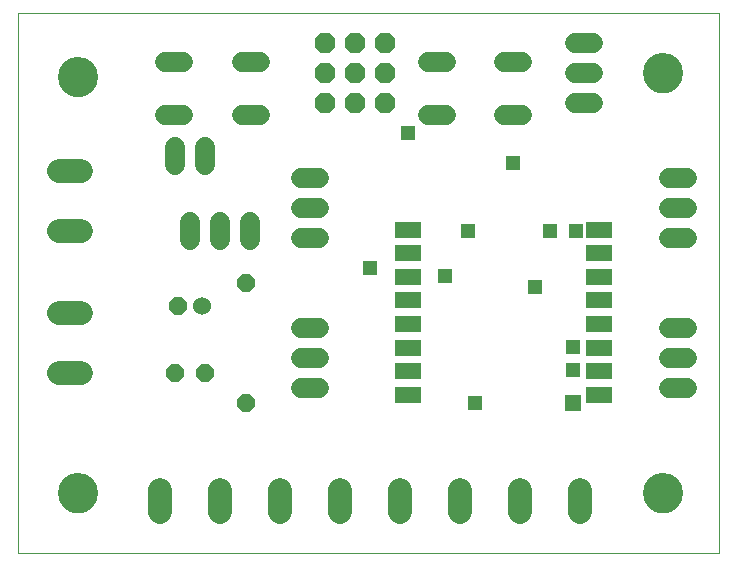
<source format=gts>
G75*
%MOIN*%
%OFA0B0*%
%FSLAX25Y25*%
%IPPOS*%
%LPD*%
%AMOC8*
5,1,8,0,0,1.08239X$1,22.5*
%
%ADD10C,0.00000*%
%ADD11C,0.13398*%
%ADD12C,0.06800*%
%ADD13R,0.08674X0.05524*%
%ADD14C,0.07850*%
%ADD15OC8,0.06800*%
%ADD16OC8,0.06000*%
%ADD17C,0.06000*%
%ADD18R,0.05800X0.05800*%
%ADD19R,0.04800X0.04800*%
%ADD20R,0.04762X0.04762*%
D10*
X0009300Y0001800D02*
X0009300Y0181761D01*
X0009300Y0181800D02*
X0243050Y0181800D01*
X0243001Y0181761D02*
X0243001Y0001800D01*
X0009300Y0001800D01*
X0023001Y0021800D02*
X0023003Y0021958D01*
X0023009Y0022116D01*
X0023019Y0022274D01*
X0023033Y0022432D01*
X0023051Y0022589D01*
X0023072Y0022746D01*
X0023098Y0022902D01*
X0023128Y0023058D01*
X0023161Y0023213D01*
X0023199Y0023366D01*
X0023240Y0023519D01*
X0023285Y0023671D01*
X0023334Y0023822D01*
X0023387Y0023971D01*
X0023443Y0024119D01*
X0023503Y0024265D01*
X0023567Y0024410D01*
X0023635Y0024553D01*
X0023706Y0024695D01*
X0023780Y0024835D01*
X0023858Y0024972D01*
X0023940Y0025108D01*
X0024024Y0025242D01*
X0024113Y0025373D01*
X0024204Y0025502D01*
X0024299Y0025629D01*
X0024396Y0025754D01*
X0024497Y0025876D01*
X0024601Y0025995D01*
X0024708Y0026112D01*
X0024818Y0026226D01*
X0024931Y0026337D01*
X0025046Y0026446D01*
X0025164Y0026551D01*
X0025285Y0026653D01*
X0025408Y0026753D01*
X0025534Y0026849D01*
X0025662Y0026942D01*
X0025792Y0027032D01*
X0025925Y0027118D01*
X0026060Y0027202D01*
X0026196Y0027281D01*
X0026335Y0027358D01*
X0026476Y0027430D01*
X0026618Y0027500D01*
X0026762Y0027565D01*
X0026908Y0027627D01*
X0027055Y0027685D01*
X0027204Y0027740D01*
X0027354Y0027791D01*
X0027505Y0027838D01*
X0027657Y0027881D01*
X0027810Y0027920D01*
X0027965Y0027956D01*
X0028120Y0027987D01*
X0028276Y0028015D01*
X0028432Y0028039D01*
X0028589Y0028059D01*
X0028747Y0028075D01*
X0028904Y0028087D01*
X0029063Y0028095D01*
X0029221Y0028099D01*
X0029379Y0028099D01*
X0029537Y0028095D01*
X0029696Y0028087D01*
X0029853Y0028075D01*
X0030011Y0028059D01*
X0030168Y0028039D01*
X0030324Y0028015D01*
X0030480Y0027987D01*
X0030635Y0027956D01*
X0030790Y0027920D01*
X0030943Y0027881D01*
X0031095Y0027838D01*
X0031246Y0027791D01*
X0031396Y0027740D01*
X0031545Y0027685D01*
X0031692Y0027627D01*
X0031838Y0027565D01*
X0031982Y0027500D01*
X0032124Y0027430D01*
X0032265Y0027358D01*
X0032404Y0027281D01*
X0032540Y0027202D01*
X0032675Y0027118D01*
X0032808Y0027032D01*
X0032938Y0026942D01*
X0033066Y0026849D01*
X0033192Y0026753D01*
X0033315Y0026653D01*
X0033436Y0026551D01*
X0033554Y0026446D01*
X0033669Y0026337D01*
X0033782Y0026226D01*
X0033892Y0026112D01*
X0033999Y0025995D01*
X0034103Y0025876D01*
X0034204Y0025754D01*
X0034301Y0025629D01*
X0034396Y0025502D01*
X0034487Y0025373D01*
X0034576Y0025242D01*
X0034660Y0025108D01*
X0034742Y0024972D01*
X0034820Y0024835D01*
X0034894Y0024695D01*
X0034965Y0024553D01*
X0035033Y0024410D01*
X0035097Y0024265D01*
X0035157Y0024119D01*
X0035213Y0023971D01*
X0035266Y0023822D01*
X0035315Y0023671D01*
X0035360Y0023519D01*
X0035401Y0023366D01*
X0035439Y0023213D01*
X0035472Y0023058D01*
X0035502Y0022902D01*
X0035528Y0022746D01*
X0035549Y0022589D01*
X0035567Y0022432D01*
X0035581Y0022274D01*
X0035591Y0022116D01*
X0035597Y0021958D01*
X0035599Y0021800D01*
X0035597Y0021642D01*
X0035591Y0021484D01*
X0035581Y0021326D01*
X0035567Y0021168D01*
X0035549Y0021011D01*
X0035528Y0020854D01*
X0035502Y0020698D01*
X0035472Y0020542D01*
X0035439Y0020387D01*
X0035401Y0020234D01*
X0035360Y0020081D01*
X0035315Y0019929D01*
X0035266Y0019778D01*
X0035213Y0019629D01*
X0035157Y0019481D01*
X0035097Y0019335D01*
X0035033Y0019190D01*
X0034965Y0019047D01*
X0034894Y0018905D01*
X0034820Y0018765D01*
X0034742Y0018628D01*
X0034660Y0018492D01*
X0034576Y0018358D01*
X0034487Y0018227D01*
X0034396Y0018098D01*
X0034301Y0017971D01*
X0034204Y0017846D01*
X0034103Y0017724D01*
X0033999Y0017605D01*
X0033892Y0017488D01*
X0033782Y0017374D01*
X0033669Y0017263D01*
X0033554Y0017154D01*
X0033436Y0017049D01*
X0033315Y0016947D01*
X0033192Y0016847D01*
X0033066Y0016751D01*
X0032938Y0016658D01*
X0032808Y0016568D01*
X0032675Y0016482D01*
X0032540Y0016398D01*
X0032404Y0016319D01*
X0032265Y0016242D01*
X0032124Y0016170D01*
X0031982Y0016100D01*
X0031838Y0016035D01*
X0031692Y0015973D01*
X0031545Y0015915D01*
X0031396Y0015860D01*
X0031246Y0015809D01*
X0031095Y0015762D01*
X0030943Y0015719D01*
X0030790Y0015680D01*
X0030635Y0015644D01*
X0030480Y0015613D01*
X0030324Y0015585D01*
X0030168Y0015561D01*
X0030011Y0015541D01*
X0029853Y0015525D01*
X0029696Y0015513D01*
X0029537Y0015505D01*
X0029379Y0015501D01*
X0029221Y0015501D01*
X0029063Y0015505D01*
X0028904Y0015513D01*
X0028747Y0015525D01*
X0028589Y0015541D01*
X0028432Y0015561D01*
X0028276Y0015585D01*
X0028120Y0015613D01*
X0027965Y0015644D01*
X0027810Y0015680D01*
X0027657Y0015719D01*
X0027505Y0015762D01*
X0027354Y0015809D01*
X0027204Y0015860D01*
X0027055Y0015915D01*
X0026908Y0015973D01*
X0026762Y0016035D01*
X0026618Y0016100D01*
X0026476Y0016170D01*
X0026335Y0016242D01*
X0026196Y0016319D01*
X0026060Y0016398D01*
X0025925Y0016482D01*
X0025792Y0016568D01*
X0025662Y0016658D01*
X0025534Y0016751D01*
X0025408Y0016847D01*
X0025285Y0016947D01*
X0025164Y0017049D01*
X0025046Y0017154D01*
X0024931Y0017263D01*
X0024818Y0017374D01*
X0024708Y0017488D01*
X0024601Y0017605D01*
X0024497Y0017724D01*
X0024396Y0017846D01*
X0024299Y0017971D01*
X0024204Y0018098D01*
X0024113Y0018227D01*
X0024024Y0018358D01*
X0023940Y0018492D01*
X0023858Y0018628D01*
X0023780Y0018765D01*
X0023706Y0018905D01*
X0023635Y0019047D01*
X0023567Y0019190D01*
X0023503Y0019335D01*
X0023443Y0019481D01*
X0023387Y0019629D01*
X0023334Y0019778D01*
X0023285Y0019929D01*
X0023240Y0020081D01*
X0023199Y0020234D01*
X0023161Y0020387D01*
X0023128Y0020542D01*
X0023098Y0020698D01*
X0023072Y0020854D01*
X0023051Y0021011D01*
X0023033Y0021168D01*
X0023019Y0021326D01*
X0023009Y0021484D01*
X0023003Y0021642D01*
X0023001Y0021800D01*
X0023001Y0160550D02*
X0023003Y0160708D01*
X0023009Y0160866D01*
X0023019Y0161024D01*
X0023033Y0161182D01*
X0023051Y0161339D01*
X0023072Y0161496D01*
X0023098Y0161652D01*
X0023128Y0161808D01*
X0023161Y0161963D01*
X0023199Y0162116D01*
X0023240Y0162269D01*
X0023285Y0162421D01*
X0023334Y0162572D01*
X0023387Y0162721D01*
X0023443Y0162869D01*
X0023503Y0163015D01*
X0023567Y0163160D01*
X0023635Y0163303D01*
X0023706Y0163445D01*
X0023780Y0163585D01*
X0023858Y0163722D01*
X0023940Y0163858D01*
X0024024Y0163992D01*
X0024113Y0164123D01*
X0024204Y0164252D01*
X0024299Y0164379D01*
X0024396Y0164504D01*
X0024497Y0164626D01*
X0024601Y0164745D01*
X0024708Y0164862D01*
X0024818Y0164976D01*
X0024931Y0165087D01*
X0025046Y0165196D01*
X0025164Y0165301D01*
X0025285Y0165403D01*
X0025408Y0165503D01*
X0025534Y0165599D01*
X0025662Y0165692D01*
X0025792Y0165782D01*
X0025925Y0165868D01*
X0026060Y0165952D01*
X0026196Y0166031D01*
X0026335Y0166108D01*
X0026476Y0166180D01*
X0026618Y0166250D01*
X0026762Y0166315D01*
X0026908Y0166377D01*
X0027055Y0166435D01*
X0027204Y0166490D01*
X0027354Y0166541D01*
X0027505Y0166588D01*
X0027657Y0166631D01*
X0027810Y0166670D01*
X0027965Y0166706D01*
X0028120Y0166737D01*
X0028276Y0166765D01*
X0028432Y0166789D01*
X0028589Y0166809D01*
X0028747Y0166825D01*
X0028904Y0166837D01*
X0029063Y0166845D01*
X0029221Y0166849D01*
X0029379Y0166849D01*
X0029537Y0166845D01*
X0029696Y0166837D01*
X0029853Y0166825D01*
X0030011Y0166809D01*
X0030168Y0166789D01*
X0030324Y0166765D01*
X0030480Y0166737D01*
X0030635Y0166706D01*
X0030790Y0166670D01*
X0030943Y0166631D01*
X0031095Y0166588D01*
X0031246Y0166541D01*
X0031396Y0166490D01*
X0031545Y0166435D01*
X0031692Y0166377D01*
X0031838Y0166315D01*
X0031982Y0166250D01*
X0032124Y0166180D01*
X0032265Y0166108D01*
X0032404Y0166031D01*
X0032540Y0165952D01*
X0032675Y0165868D01*
X0032808Y0165782D01*
X0032938Y0165692D01*
X0033066Y0165599D01*
X0033192Y0165503D01*
X0033315Y0165403D01*
X0033436Y0165301D01*
X0033554Y0165196D01*
X0033669Y0165087D01*
X0033782Y0164976D01*
X0033892Y0164862D01*
X0033999Y0164745D01*
X0034103Y0164626D01*
X0034204Y0164504D01*
X0034301Y0164379D01*
X0034396Y0164252D01*
X0034487Y0164123D01*
X0034576Y0163992D01*
X0034660Y0163858D01*
X0034742Y0163722D01*
X0034820Y0163585D01*
X0034894Y0163445D01*
X0034965Y0163303D01*
X0035033Y0163160D01*
X0035097Y0163015D01*
X0035157Y0162869D01*
X0035213Y0162721D01*
X0035266Y0162572D01*
X0035315Y0162421D01*
X0035360Y0162269D01*
X0035401Y0162116D01*
X0035439Y0161963D01*
X0035472Y0161808D01*
X0035502Y0161652D01*
X0035528Y0161496D01*
X0035549Y0161339D01*
X0035567Y0161182D01*
X0035581Y0161024D01*
X0035591Y0160866D01*
X0035597Y0160708D01*
X0035599Y0160550D01*
X0035597Y0160392D01*
X0035591Y0160234D01*
X0035581Y0160076D01*
X0035567Y0159918D01*
X0035549Y0159761D01*
X0035528Y0159604D01*
X0035502Y0159448D01*
X0035472Y0159292D01*
X0035439Y0159137D01*
X0035401Y0158984D01*
X0035360Y0158831D01*
X0035315Y0158679D01*
X0035266Y0158528D01*
X0035213Y0158379D01*
X0035157Y0158231D01*
X0035097Y0158085D01*
X0035033Y0157940D01*
X0034965Y0157797D01*
X0034894Y0157655D01*
X0034820Y0157515D01*
X0034742Y0157378D01*
X0034660Y0157242D01*
X0034576Y0157108D01*
X0034487Y0156977D01*
X0034396Y0156848D01*
X0034301Y0156721D01*
X0034204Y0156596D01*
X0034103Y0156474D01*
X0033999Y0156355D01*
X0033892Y0156238D01*
X0033782Y0156124D01*
X0033669Y0156013D01*
X0033554Y0155904D01*
X0033436Y0155799D01*
X0033315Y0155697D01*
X0033192Y0155597D01*
X0033066Y0155501D01*
X0032938Y0155408D01*
X0032808Y0155318D01*
X0032675Y0155232D01*
X0032540Y0155148D01*
X0032404Y0155069D01*
X0032265Y0154992D01*
X0032124Y0154920D01*
X0031982Y0154850D01*
X0031838Y0154785D01*
X0031692Y0154723D01*
X0031545Y0154665D01*
X0031396Y0154610D01*
X0031246Y0154559D01*
X0031095Y0154512D01*
X0030943Y0154469D01*
X0030790Y0154430D01*
X0030635Y0154394D01*
X0030480Y0154363D01*
X0030324Y0154335D01*
X0030168Y0154311D01*
X0030011Y0154291D01*
X0029853Y0154275D01*
X0029696Y0154263D01*
X0029537Y0154255D01*
X0029379Y0154251D01*
X0029221Y0154251D01*
X0029063Y0154255D01*
X0028904Y0154263D01*
X0028747Y0154275D01*
X0028589Y0154291D01*
X0028432Y0154311D01*
X0028276Y0154335D01*
X0028120Y0154363D01*
X0027965Y0154394D01*
X0027810Y0154430D01*
X0027657Y0154469D01*
X0027505Y0154512D01*
X0027354Y0154559D01*
X0027204Y0154610D01*
X0027055Y0154665D01*
X0026908Y0154723D01*
X0026762Y0154785D01*
X0026618Y0154850D01*
X0026476Y0154920D01*
X0026335Y0154992D01*
X0026196Y0155069D01*
X0026060Y0155148D01*
X0025925Y0155232D01*
X0025792Y0155318D01*
X0025662Y0155408D01*
X0025534Y0155501D01*
X0025408Y0155597D01*
X0025285Y0155697D01*
X0025164Y0155799D01*
X0025046Y0155904D01*
X0024931Y0156013D01*
X0024818Y0156124D01*
X0024708Y0156238D01*
X0024601Y0156355D01*
X0024497Y0156474D01*
X0024396Y0156596D01*
X0024299Y0156721D01*
X0024204Y0156848D01*
X0024113Y0156977D01*
X0024024Y0157108D01*
X0023940Y0157242D01*
X0023858Y0157378D01*
X0023780Y0157515D01*
X0023706Y0157655D01*
X0023635Y0157797D01*
X0023567Y0157940D01*
X0023503Y0158085D01*
X0023443Y0158231D01*
X0023387Y0158379D01*
X0023334Y0158528D01*
X0023285Y0158679D01*
X0023240Y0158831D01*
X0023199Y0158984D01*
X0023161Y0159137D01*
X0023128Y0159292D01*
X0023098Y0159448D01*
X0023072Y0159604D01*
X0023051Y0159761D01*
X0023033Y0159918D01*
X0023019Y0160076D01*
X0023009Y0160234D01*
X0023003Y0160392D01*
X0023001Y0160550D01*
X0218001Y0161800D02*
X0218003Y0161958D01*
X0218009Y0162116D01*
X0218019Y0162274D01*
X0218033Y0162432D01*
X0218051Y0162589D01*
X0218072Y0162746D01*
X0218098Y0162902D01*
X0218128Y0163058D01*
X0218161Y0163213D01*
X0218199Y0163366D01*
X0218240Y0163519D01*
X0218285Y0163671D01*
X0218334Y0163822D01*
X0218387Y0163971D01*
X0218443Y0164119D01*
X0218503Y0164265D01*
X0218567Y0164410D01*
X0218635Y0164553D01*
X0218706Y0164695D01*
X0218780Y0164835D01*
X0218858Y0164972D01*
X0218940Y0165108D01*
X0219024Y0165242D01*
X0219113Y0165373D01*
X0219204Y0165502D01*
X0219299Y0165629D01*
X0219396Y0165754D01*
X0219497Y0165876D01*
X0219601Y0165995D01*
X0219708Y0166112D01*
X0219818Y0166226D01*
X0219931Y0166337D01*
X0220046Y0166446D01*
X0220164Y0166551D01*
X0220285Y0166653D01*
X0220408Y0166753D01*
X0220534Y0166849D01*
X0220662Y0166942D01*
X0220792Y0167032D01*
X0220925Y0167118D01*
X0221060Y0167202D01*
X0221196Y0167281D01*
X0221335Y0167358D01*
X0221476Y0167430D01*
X0221618Y0167500D01*
X0221762Y0167565D01*
X0221908Y0167627D01*
X0222055Y0167685D01*
X0222204Y0167740D01*
X0222354Y0167791D01*
X0222505Y0167838D01*
X0222657Y0167881D01*
X0222810Y0167920D01*
X0222965Y0167956D01*
X0223120Y0167987D01*
X0223276Y0168015D01*
X0223432Y0168039D01*
X0223589Y0168059D01*
X0223747Y0168075D01*
X0223904Y0168087D01*
X0224063Y0168095D01*
X0224221Y0168099D01*
X0224379Y0168099D01*
X0224537Y0168095D01*
X0224696Y0168087D01*
X0224853Y0168075D01*
X0225011Y0168059D01*
X0225168Y0168039D01*
X0225324Y0168015D01*
X0225480Y0167987D01*
X0225635Y0167956D01*
X0225790Y0167920D01*
X0225943Y0167881D01*
X0226095Y0167838D01*
X0226246Y0167791D01*
X0226396Y0167740D01*
X0226545Y0167685D01*
X0226692Y0167627D01*
X0226838Y0167565D01*
X0226982Y0167500D01*
X0227124Y0167430D01*
X0227265Y0167358D01*
X0227404Y0167281D01*
X0227540Y0167202D01*
X0227675Y0167118D01*
X0227808Y0167032D01*
X0227938Y0166942D01*
X0228066Y0166849D01*
X0228192Y0166753D01*
X0228315Y0166653D01*
X0228436Y0166551D01*
X0228554Y0166446D01*
X0228669Y0166337D01*
X0228782Y0166226D01*
X0228892Y0166112D01*
X0228999Y0165995D01*
X0229103Y0165876D01*
X0229204Y0165754D01*
X0229301Y0165629D01*
X0229396Y0165502D01*
X0229487Y0165373D01*
X0229576Y0165242D01*
X0229660Y0165108D01*
X0229742Y0164972D01*
X0229820Y0164835D01*
X0229894Y0164695D01*
X0229965Y0164553D01*
X0230033Y0164410D01*
X0230097Y0164265D01*
X0230157Y0164119D01*
X0230213Y0163971D01*
X0230266Y0163822D01*
X0230315Y0163671D01*
X0230360Y0163519D01*
X0230401Y0163366D01*
X0230439Y0163213D01*
X0230472Y0163058D01*
X0230502Y0162902D01*
X0230528Y0162746D01*
X0230549Y0162589D01*
X0230567Y0162432D01*
X0230581Y0162274D01*
X0230591Y0162116D01*
X0230597Y0161958D01*
X0230599Y0161800D01*
X0230597Y0161642D01*
X0230591Y0161484D01*
X0230581Y0161326D01*
X0230567Y0161168D01*
X0230549Y0161011D01*
X0230528Y0160854D01*
X0230502Y0160698D01*
X0230472Y0160542D01*
X0230439Y0160387D01*
X0230401Y0160234D01*
X0230360Y0160081D01*
X0230315Y0159929D01*
X0230266Y0159778D01*
X0230213Y0159629D01*
X0230157Y0159481D01*
X0230097Y0159335D01*
X0230033Y0159190D01*
X0229965Y0159047D01*
X0229894Y0158905D01*
X0229820Y0158765D01*
X0229742Y0158628D01*
X0229660Y0158492D01*
X0229576Y0158358D01*
X0229487Y0158227D01*
X0229396Y0158098D01*
X0229301Y0157971D01*
X0229204Y0157846D01*
X0229103Y0157724D01*
X0228999Y0157605D01*
X0228892Y0157488D01*
X0228782Y0157374D01*
X0228669Y0157263D01*
X0228554Y0157154D01*
X0228436Y0157049D01*
X0228315Y0156947D01*
X0228192Y0156847D01*
X0228066Y0156751D01*
X0227938Y0156658D01*
X0227808Y0156568D01*
X0227675Y0156482D01*
X0227540Y0156398D01*
X0227404Y0156319D01*
X0227265Y0156242D01*
X0227124Y0156170D01*
X0226982Y0156100D01*
X0226838Y0156035D01*
X0226692Y0155973D01*
X0226545Y0155915D01*
X0226396Y0155860D01*
X0226246Y0155809D01*
X0226095Y0155762D01*
X0225943Y0155719D01*
X0225790Y0155680D01*
X0225635Y0155644D01*
X0225480Y0155613D01*
X0225324Y0155585D01*
X0225168Y0155561D01*
X0225011Y0155541D01*
X0224853Y0155525D01*
X0224696Y0155513D01*
X0224537Y0155505D01*
X0224379Y0155501D01*
X0224221Y0155501D01*
X0224063Y0155505D01*
X0223904Y0155513D01*
X0223747Y0155525D01*
X0223589Y0155541D01*
X0223432Y0155561D01*
X0223276Y0155585D01*
X0223120Y0155613D01*
X0222965Y0155644D01*
X0222810Y0155680D01*
X0222657Y0155719D01*
X0222505Y0155762D01*
X0222354Y0155809D01*
X0222204Y0155860D01*
X0222055Y0155915D01*
X0221908Y0155973D01*
X0221762Y0156035D01*
X0221618Y0156100D01*
X0221476Y0156170D01*
X0221335Y0156242D01*
X0221196Y0156319D01*
X0221060Y0156398D01*
X0220925Y0156482D01*
X0220792Y0156568D01*
X0220662Y0156658D01*
X0220534Y0156751D01*
X0220408Y0156847D01*
X0220285Y0156947D01*
X0220164Y0157049D01*
X0220046Y0157154D01*
X0219931Y0157263D01*
X0219818Y0157374D01*
X0219708Y0157488D01*
X0219601Y0157605D01*
X0219497Y0157724D01*
X0219396Y0157846D01*
X0219299Y0157971D01*
X0219204Y0158098D01*
X0219113Y0158227D01*
X0219024Y0158358D01*
X0218940Y0158492D01*
X0218858Y0158628D01*
X0218780Y0158765D01*
X0218706Y0158905D01*
X0218635Y0159047D01*
X0218567Y0159190D01*
X0218503Y0159335D01*
X0218443Y0159481D01*
X0218387Y0159629D01*
X0218334Y0159778D01*
X0218285Y0159929D01*
X0218240Y0160081D01*
X0218199Y0160234D01*
X0218161Y0160387D01*
X0218128Y0160542D01*
X0218098Y0160698D01*
X0218072Y0160854D01*
X0218051Y0161011D01*
X0218033Y0161168D01*
X0218019Y0161326D01*
X0218009Y0161484D01*
X0218003Y0161642D01*
X0218001Y0161800D01*
X0218001Y0021800D02*
X0218003Y0021958D01*
X0218009Y0022116D01*
X0218019Y0022274D01*
X0218033Y0022432D01*
X0218051Y0022589D01*
X0218072Y0022746D01*
X0218098Y0022902D01*
X0218128Y0023058D01*
X0218161Y0023213D01*
X0218199Y0023366D01*
X0218240Y0023519D01*
X0218285Y0023671D01*
X0218334Y0023822D01*
X0218387Y0023971D01*
X0218443Y0024119D01*
X0218503Y0024265D01*
X0218567Y0024410D01*
X0218635Y0024553D01*
X0218706Y0024695D01*
X0218780Y0024835D01*
X0218858Y0024972D01*
X0218940Y0025108D01*
X0219024Y0025242D01*
X0219113Y0025373D01*
X0219204Y0025502D01*
X0219299Y0025629D01*
X0219396Y0025754D01*
X0219497Y0025876D01*
X0219601Y0025995D01*
X0219708Y0026112D01*
X0219818Y0026226D01*
X0219931Y0026337D01*
X0220046Y0026446D01*
X0220164Y0026551D01*
X0220285Y0026653D01*
X0220408Y0026753D01*
X0220534Y0026849D01*
X0220662Y0026942D01*
X0220792Y0027032D01*
X0220925Y0027118D01*
X0221060Y0027202D01*
X0221196Y0027281D01*
X0221335Y0027358D01*
X0221476Y0027430D01*
X0221618Y0027500D01*
X0221762Y0027565D01*
X0221908Y0027627D01*
X0222055Y0027685D01*
X0222204Y0027740D01*
X0222354Y0027791D01*
X0222505Y0027838D01*
X0222657Y0027881D01*
X0222810Y0027920D01*
X0222965Y0027956D01*
X0223120Y0027987D01*
X0223276Y0028015D01*
X0223432Y0028039D01*
X0223589Y0028059D01*
X0223747Y0028075D01*
X0223904Y0028087D01*
X0224063Y0028095D01*
X0224221Y0028099D01*
X0224379Y0028099D01*
X0224537Y0028095D01*
X0224696Y0028087D01*
X0224853Y0028075D01*
X0225011Y0028059D01*
X0225168Y0028039D01*
X0225324Y0028015D01*
X0225480Y0027987D01*
X0225635Y0027956D01*
X0225790Y0027920D01*
X0225943Y0027881D01*
X0226095Y0027838D01*
X0226246Y0027791D01*
X0226396Y0027740D01*
X0226545Y0027685D01*
X0226692Y0027627D01*
X0226838Y0027565D01*
X0226982Y0027500D01*
X0227124Y0027430D01*
X0227265Y0027358D01*
X0227404Y0027281D01*
X0227540Y0027202D01*
X0227675Y0027118D01*
X0227808Y0027032D01*
X0227938Y0026942D01*
X0228066Y0026849D01*
X0228192Y0026753D01*
X0228315Y0026653D01*
X0228436Y0026551D01*
X0228554Y0026446D01*
X0228669Y0026337D01*
X0228782Y0026226D01*
X0228892Y0026112D01*
X0228999Y0025995D01*
X0229103Y0025876D01*
X0229204Y0025754D01*
X0229301Y0025629D01*
X0229396Y0025502D01*
X0229487Y0025373D01*
X0229576Y0025242D01*
X0229660Y0025108D01*
X0229742Y0024972D01*
X0229820Y0024835D01*
X0229894Y0024695D01*
X0229965Y0024553D01*
X0230033Y0024410D01*
X0230097Y0024265D01*
X0230157Y0024119D01*
X0230213Y0023971D01*
X0230266Y0023822D01*
X0230315Y0023671D01*
X0230360Y0023519D01*
X0230401Y0023366D01*
X0230439Y0023213D01*
X0230472Y0023058D01*
X0230502Y0022902D01*
X0230528Y0022746D01*
X0230549Y0022589D01*
X0230567Y0022432D01*
X0230581Y0022274D01*
X0230591Y0022116D01*
X0230597Y0021958D01*
X0230599Y0021800D01*
X0230597Y0021642D01*
X0230591Y0021484D01*
X0230581Y0021326D01*
X0230567Y0021168D01*
X0230549Y0021011D01*
X0230528Y0020854D01*
X0230502Y0020698D01*
X0230472Y0020542D01*
X0230439Y0020387D01*
X0230401Y0020234D01*
X0230360Y0020081D01*
X0230315Y0019929D01*
X0230266Y0019778D01*
X0230213Y0019629D01*
X0230157Y0019481D01*
X0230097Y0019335D01*
X0230033Y0019190D01*
X0229965Y0019047D01*
X0229894Y0018905D01*
X0229820Y0018765D01*
X0229742Y0018628D01*
X0229660Y0018492D01*
X0229576Y0018358D01*
X0229487Y0018227D01*
X0229396Y0018098D01*
X0229301Y0017971D01*
X0229204Y0017846D01*
X0229103Y0017724D01*
X0228999Y0017605D01*
X0228892Y0017488D01*
X0228782Y0017374D01*
X0228669Y0017263D01*
X0228554Y0017154D01*
X0228436Y0017049D01*
X0228315Y0016947D01*
X0228192Y0016847D01*
X0228066Y0016751D01*
X0227938Y0016658D01*
X0227808Y0016568D01*
X0227675Y0016482D01*
X0227540Y0016398D01*
X0227404Y0016319D01*
X0227265Y0016242D01*
X0227124Y0016170D01*
X0226982Y0016100D01*
X0226838Y0016035D01*
X0226692Y0015973D01*
X0226545Y0015915D01*
X0226396Y0015860D01*
X0226246Y0015809D01*
X0226095Y0015762D01*
X0225943Y0015719D01*
X0225790Y0015680D01*
X0225635Y0015644D01*
X0225480Y0015613D01*
X0225324Y0015585D01*
X0225168Y0015561D01*
X0225011Y0015541D01*
X0224853Y0015525D01*
X0224696Y0015513D01*
X0224537Y0015505D01*
X0224379Y0015501D01*
X0224221Y0015501D01*
X0224063Y0015505D01*
X0223904Y0015513D01*
X0223747Y0015525D01*
X0223589Y0015541D01*
X0223432Y0015561D01*
X0223276Y0015585D01*
X0223120Y0015613D01*
X0222965Y0015644D01*
X0222810Y0015680D01*
X0222657Y0015719D01*
X0222505Y0015762D01*
X0222354Y0015809D01*
X0222204Y0015860D01*
X0222055Y0015915D01*
X0221908Y0015973D01*
X0221762Y0016035D01*
X0221618Y0016100D01*
X0221476Y0016170D01*
X0221335Y0016242D01*
X0221196Y0016319D01*
X0221060Y0016398D01*
X0220925Y0016482D01*
X0220792Y0016568D01*
X0220662Y0016658D01*
X0220534Y0016751D01*
X0220408Y0016847D01*
X0220285Y0016947D01*
X0220164Y0017049D01*
X0220046Y0017154D01*
X0219931Y0017263D01*
X0219818Y0017374D01*
X0219708Y0017488D01*
X0219601Y0017605D01*
X0219497Y0017724D01*
X0219396Y0017846D01*
X0219299Y0017971D01*
X0219204Y0018098D01*
X0219113Y0018227D01*
X0219024Y0018358D01*
X0218940Y0018492D01*
X0218858Y0018628D01*
X0218780Y0018765D01*
X0218706Y0018905D01*
X0218635Y0019047D01*
X0218567Y0019190D01*
X0218503Y0019335D01*
X0218443Y0019481D01*
X0218387Y0019629D01*
X0218334Y0019778D01*
X0218285Y0019929D01*
X0218240Y0020081D01*
X0218199Y0020234D01*
X0218161Y0020387D01*
X0218128Y0020542D01*
X0218098Y0020698D01*
X0218072Y0020854D01*
X0218051Y0021011D01*
X0218033Y0021168D01*
X0218019Y0021326D01*
X0218009Y0021484D01*
X0218003Y0021642D01*
X0218001Y0021800D01*
D11*
X0224300Y0021800D03*
X0224300Y0161800D03*
X0029300Y0160550D03*
X0029300Y0021800D03*
D12*
X0103800Y0056800D02*
X0109800Y0056800D01*
X0109800Y0066800D02*
X0103800Y0066800D01*
X0103800Y0076800D02*
X0109800Y0076800D01*
X0109800Y0106800D02*
X0103800Y0106800D01*
X0103800Y0116800D02*
X0109800Y0116800D01*
X0109800Y0126800D02*
X0103800Y0126800D01*
X0086800Y0112300D02*
X0086800Y0106300D01*
X0076800Y0106300D02*
X0076800Y0112300D01*
X0066800Y0112300D02*
X0066800Y0106300D01*
X0061800Y0131300D02*
X0061800Y0137300D01*
X0071800Y0137300D02*
X0071800Y0131300D01*
X0064500Y0147900D02*
X0058500Y0147900D01*
X0058500Y0165700D02*
X0064500Y0165700D01*
X0084100Y0165700D02*
X0090100Y0165700D01*
X0090100Y0147900D02*
X0084100Y0147900D01*
X0146000Y0147900D02*
X0152000Y0147900D01*
X0171600Y0147900D02*
X0177600Y0147900D01*
X0195050Y0151800D02*
X0201050Y0151800D01*
X0201050Y0161800D02*
X0195050Y0161800D01*
X0195050Y0171800D02*
X0201050Y0171800D01*
X0177600Y0165700D02*
X0171600Y0165700D01*
X0152000Y0165700D02*
X0146000Y0165700D01*
X0226300Y0126800D02*
X0232300Y0126800D01*
X0232300Y0116800D02*
X0226300Y0116800D01*
X0226300Y0106800D02*
X0232300Y0106800D01*
X0232300Y0076800D02*
X0226300Y0076800D01*
X0226300Y0066800D02*
X0232300Y0066800D01*
X0232300Y0056800D02*
X0226300Y0056800D01*
D13*
X0203080Y0054674D03*
X0203080Y0062548D03*
X0203080Y0070422D03*
X0203080Y0078296D03*
X0203080Y0086170D03*
X0203080Y0094044D03*
X0203080Y0101918D03*
X0203080Y0109792D03*
X0139300Y0109792D03*
X0139300Y0101918D03*
X0139300Y0094044D03*
X0139300Y0086170D03*
X0139300Y0078296D03*
X0139300Y0070422D03*
X0139300Y0062548D03*
X0139300Y0054674D03*
D14*
X0136800Y0022825D02*
X0136800Y0015775D01*
X0116800Y0015775D02*
X0116800Y0022825D01*
X0096800Y0022825D02*
X0096800Y0015775D01*
X0076800Y0015775D02*
X0076800Y0022825D01*
X0056800Y0022825D02*
X0056800Y0015775D01*
X0030325Y0061800D02*
X0023275Y0061800D01*
X0023275Y0081800D02*
X0030325Y0081800D01*
X0030325Y0109300D02*
X0023275Y0109300D01*
X0023275Y0129300D02*
X0030325Y0129300D01*
X0156800Y0022825D02*
X0156800Y0015775D01*
X0176800Y0015775D02*
X0176800Y0022825D01*
X0196800Y0022825D02*
X0196800Y0015775D01*
D15*
X0131800Y0151800D03*
X0121800Y0151800D03*
X0111800Y0151800D03*
X0111800Y0161800D03*
X0111800Y0161800D03*
X0121800Y0161800D03*
X0121800Y0161800D03*
X0131800Y0161800D03*
X0131800Y0161800D03*
X0131800Y0171800D03*
X0121800Y0171800D03*
X0111800Y0171800D03*
D16*
X0085550Y0091800D03*
X0062800Y0084300D03*
X0061800Y0061800D03*
X0071800Y0061800D03*
X0085550Y0051800D03*
D17*
X0070800Y0084300D03*
D18*
X0194300Y0051800D03*
D19*
X0151800Y0094300D03*
D20*
X0159300Y0109300D03*
X0181800Y0090550D03*
X0186800Y0109300D03*
X0195550Y0109300D03*
X0174300Y0131800D03*
X0139300Y0141800D03*
X0126800Y0096800D03*
X0161800Y0051800D03*
X0194300Y0063050D03*
X0194300Y0070550D03*
M02*

</source>
